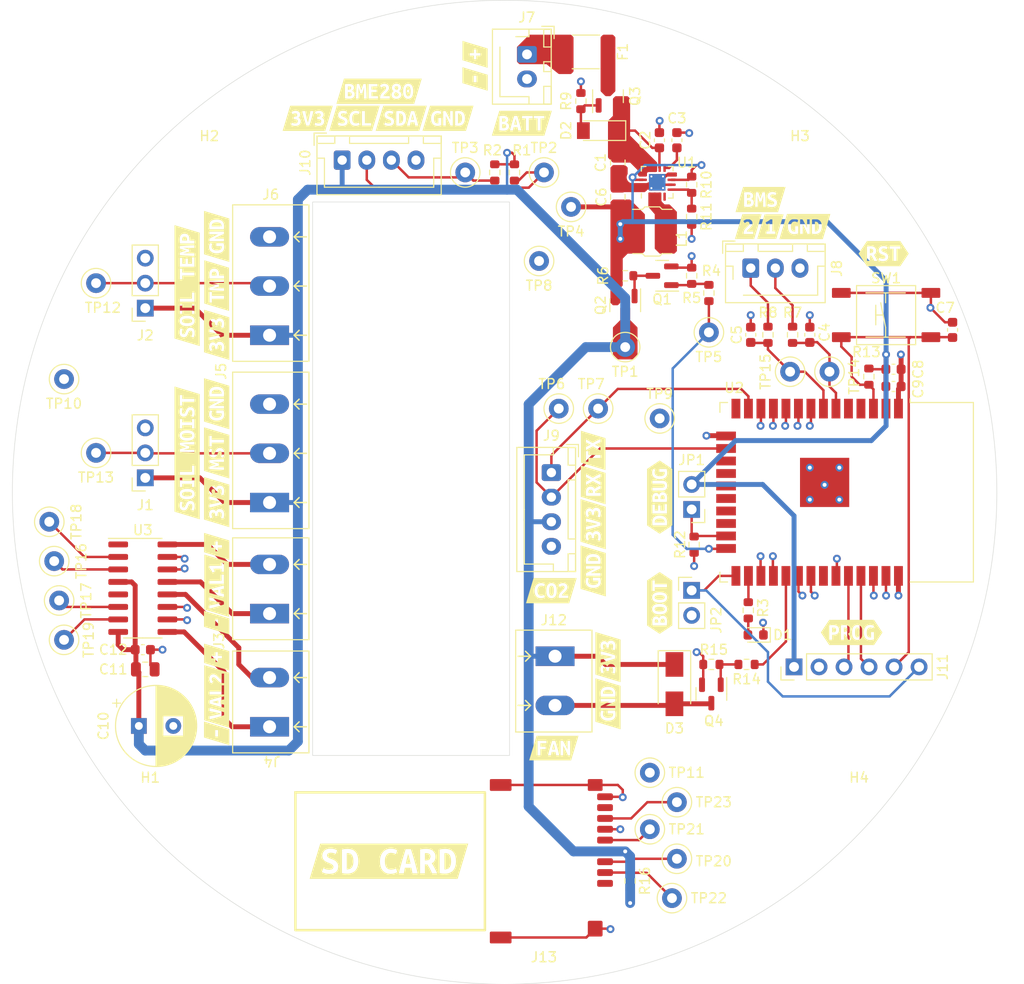
<source format=kicad_pcb>
(kicad_pcb (version 20211014) (generator pcbnew)
  (layers (0 "F.Cu" signal) (1 "In1.Cu" power) (2 "In2.Cu" signal) (31 "B.Cu" signal) (34 "B.Paste" user) (35 "F.Paste" user) (36 "B.SilkS" user "B.Silkscreen") (37 "F.SilkS" user "F.Silkscreen") (38 "B.Mask" user) (39 "F.Mask" user) (44 "Edge.Cuts" user))
  (net 0 "")
  (net 1 "GND")
  (net 2 "/Microprocessor section/CELL_1")
  (net 3 "/Microprocessor section/CELL_2")
  (net 4 "/Atmo sensor/3V3_IN")
  (net 5 "+BATT")
  (net 6 "+3V3")
  (net 7 "/Microprocessor section/EN")
  (net 8 "Net-(D1-Pad2)")
  (net 9 "Net-(D2-Pad2)")
  (net 10 "Net-(D3-Pad2)")
  (net 11 "/Microprocessor section/MOISTURE_SENSOR")
  (net 12 "/Microprocessor section/TEMP_SENSOR")
  (net 13 "/CO2 Sensor Connector/UART_TX")
  (net 14 "/CO2 Sensor Connector/UART_RX")
  (net 15 "/Atmo sensor/SCL")
  (net 16 "/Atmo sensor/SDA")
  (net 17 "/Microprocessor section/SPI_MOSI")
  (net 18 "/Microprocessor section/SPI_SCLK")
  (net 19 "/Microprocessor section/SPI_MISO")
  (net 20 "/Microprocessor section/SPI_SD_CSN")
  (net 21 "/Microprocessor section/RXD0")
  (net 22 "/Microprocessor section/TXD0")
  (net 23 "/Microprocessor section/BOOT")
  (net 24 "/Microprocessor section/MTDO")
  (net 25 "Net-(Q1-Pad1)")
  (net 26 "Net-(Q1-Pad3)")
  (net 27 "/Microprocessor section/PWR_EN")
  (net 28 "/Microprocessor section/STATUS_LED")
  (net 29 "/Fan/FAN")
  (net 30 "/Microprocessor section/MTDI")
  (net 31 "Net-(C3-Pad1)")
  (net 32 "Net-(F1-Pad1)")
  (net 33 "Net-(F1-Pad2)")
  (net 34 "/Valve Driver/OUT_A")
  (net 35 "/Valve Driver/OUT_B")
  (net 36 "/Valve Driver/OUT_C")
  (net 37 "/Valve Driver/OUT_D")
  (net 38 "Net-(J8-Pad1)")
  (net 39 "Net-(J8-Pad2)")
  (net 42 "Net-(L1-Pad1)")
  (net 43 "Net-(Q4-Pad1)")
  (net 44 "Net-(R10-Pad2)")
  (net 45 "/Microprocessor section/VALVE_1_REV")
  (net 46 "/Microprocessor section/VALVE_2_FWD")
  (net 47 "/Microprocessor section/VALVE_1_FWD")
  (net 48 "/Microprocessor section/VALVE_2_REV")
  (footprint "Connector_PinHeader_2.54mm:PinHeader_1x02_P2.54mm_Vertical" (layer "F.Cu") (at 169.5 106.75 180)
    (fp_text reference "JP1")
    (fp_text value "MTDO_JP")
  )
  (footprint "TestPoint:TestPoint_Loop_D2.50mm_Drill1.0mm_LowProfile" (layer "F.Cu") (at 156 96.5 180)
    (fp_text reference "TP6")
    (fp_text value "CO2_RX")
  )
  (footprint "Capacitor_SMD:C_0603_1608Metric" (layer "F.Cu") (at 168 69.225 90)
    (fp_text reference "C3")
    (fp_text value "3n3")
  )
  (footprint "kibuzzard-628D0190" (layer "F.Cu") (at 189 80.75)
    (fp_text reference "kibuzzard-628D0190" hide)
    (fp_text value "G***" hide)
  )
  (footprint "Resistor_SMD:R_0603_1608Metric" (layer "F.Cu") (at 175.075 122.5)
    (fp_text reference "R14")
    (fp_text value "220R")
  )
  (footprint "co2_sensor_node:KF301-5.0-2P" (layer "F.Cu") (at 126.625 117.335 90)
    (fp_text reference "J3")
    (fp_text value "Conn_01x02")
  )
  (footprint "MountingHole:MountingHole_3.2mm_M3" (layer "F.Cu") (at 118.5 137)
    (fp_text reference "H1")
    (fp_text value "MountingHole")
  )
  (footprint "TestPoint:TestPoint_Loop_D2.50mm_Drill1.0mm_LowProfile" (layer "F.Cu") (at 171.25 88.75)
    (fp_text reference "TP5")
    (fp_text value "PWR_EN")
  )
  (footprint "Package_TO_SOT_SMD:SOT-23" (layer "F.Cu") (at 162.75 86 -90)
    (fp_text reference "Q2")
    (fp_text value "AO3401A")
  )
  (footprint "Package_TO_SOT_SMD:SOT-23" (layer "F.Cu") (at 171.5 125.5 -90)
    (fp_text reference "Q4")
    (fp_text value "AO3400A")
  )
  (footprint "TestPoint:TestPoint_Loop_D2.50mm_Drill1.0mm_LowProfile" (layer "F.Cu") (at 154.5 72.5)
    (fp_text reference "TP2")
    (fp_text value "SCL")
  )
  (footprint "kibuzzard-628E05EE" (layer "F.Cu") (at 175.25 78)
    (fp_text reference "kibuzzard-628E05EE" hide)
    (fp_text value "G***" hide)
  )
  (footprint "Capacitor_SMD:C_0805_2012Metric" (layer "F.Cu") (at 162 71.5 -90)
    (fp_text reference "C1")
    (fp_text value "10u")
  )
  (footprint "kibuzzard-628D0120" (layer "F.Cu") (at 161 126.5 90)
    (fp_text reference "kibuzzard-628D0120" hide)
    (fp_text value "G***" hide)
  )
  (footprint "co2_sensor_node:KF301-5.0-3P" (layer "F.Cu") (at 126.625 106.045 90)
    (fp_text reference "J5")
    (fp_text value "Conn_01x03")
  )
  (footprint "kibuzzard-628D00BE" (layer "F.Cu") (at 138.75 142.5)
    (fp_text reference "kibuzzard-628D00BE" hide)
    (fp_text value "G***" hide)
  )
  (footprint "Resistor_SMD:R_0603_1608Metric" (layer "F.Cu") (at 175.25 117 90)
    (fp_text reference "R3")
    (fp_text value "1k")
  )
  (footprint "TestPoint:TestPoint_Loop_D2.50mm_Drill1.0mm_LowProfile" (layer "F.Cu") (at 157.25 76)
    (fp_text reference "TP4")
    (fp_text value "3V3")
  )
  (footprint "kibuzzard-628E05D6" (layer "F.Cu") (at 176.5 75.25)
    (fp_text reference "kibuzzard-628E05D6" hide)
    (fp_text value "G***" hide)
  )
  (footprint "Connector_PinHeader_2.54mm:PinHeader_1x06_P2.54mm_Vertical" (layer "F.Cu") (at 179.9 122.75 90)
    (fp_text reference "J11")
    (fp_text value "Conn_01x06_Male")
  )
  (footprint "Resistor_SMD:R_0603_1608Metric" (layer "F.Cu") (at 171.25 84.75 90)
    (fp_text reference "R4")
    (fp_text value "220")
  )
  (footprint "kibuzzard-628E05E8" (layer "F.Cu") (at 177.5 78)
    (fp_text reference "kibuzzard-628E05E8" hide)
    (fp_text value "G***" hide)
  )
  (footprint "MountingHole:MountingHole_3.2mm_M3" (layer "F.Cu") (at 182.5 137)
    (fp_text reference "H4")
    (fp_text value "MountingHole")
  )
  (footprint "Connector_JST:JST_XH_B4B-XH-A_1x04_P2.50mm_Vertical" (layer "F.Cu") (at 155.25 103 -90)
    (fp_text reference "J9")
    (fp_text value "Conn_01x04")
  )
  (footprint "TestPoint:TestPoint_Loop_D2.50mm_Drill1.0mm_LowProfile" (layer "F.Cu") (at 179.5 92.75)
    (fp_text reference "TP15")
    (fp_text value "CELL_2")
  )
  (footprint "kibuzzard-628D0781" (layer "F.Cu") (at 121.25 121.75 90)
    (fp_text reference "kibuzzard-628D0781" hide)
    (fp_text value "G***" hide)
  )
  (footprint "kibuzzard-628D0781" (layer "F.Cu") (at 147.5 60.5 90)
    (fp_text reference "kibuzzard-628D0781" hide)
    (fp_text value "G***" hide)
  )
  (footprint "Capacitor_SMD:C_0603_1608Metric" (layer "F.Cu") (at 181.5 89 90)
    (fp_text reference "C4")
    (fp_text value "1u")
  )
  (footprint "kibuzzard-628D0108" (layer "F.Cu") (at 155.5 131)
    (fp_text reference "kibuzzard-628D0108" hide)
    (fp_text value "G***" hide)
  )
  (footprint "Connector_PinSocket_2.54mm:PinSocket_1x03_P2.54mm_Vertical" (layer "F.Cu") (at 114 86.29 180)
    (fp_text reference "J2")
    (fp_text value "Conn_01x03")
  )
  (footprint "TestPoint:TestPoint_Loop_D2.50mm_Drill1.0mm_LowProfile" (layer "F.Cu") (at 162.75 90.25)
    (fp_text reference "TP1")
    (fp_text value "3V3_Switched")
  )
  (footprint "co2_sensor_node:K2-1102SP-xxxC" (layer "F.Cu") (at 184.7 84.74)
    (fp_text reference "SW1")
    (fp_text value "K2-1102SP-C4SC-04")
  )
  (footprint "Resistor_SMD:R_0603_1608Metric" (layer "F.Cu") (at 169.5 77 -90)
    (fp_text reference "R11")
    (fp_text value "180k")
  )
  (footprint "kibuzzard-628D076D" (layer "F.Cu") (at 121.25 118.25 90)
    (fp_text reference "kibuzzard-628D076D" hide)
    (fp_text value "G***" hide)
  )
  (footprint "Resistor_SMD:R_0603_1608Metric" (layer "F.Cu") (at 149.5 72.5 90)
    (fp_text reference "R2")
    (fp_text value "4k7")
  )
  (footprint "kibuzzard-628D0814" (layer "F.Cu") (at 159.5 113 90)
    (fp_text reference "kibuzzard-628D0814" hide)
    (fp_text value "G***" hide)
  )
  (footprint "kibuzzard-628D0781" (layer "F.Cu") (at 121.25 110.5 90)
    (fp_text reference "kibuzzard-628D0781" hide)
    (fp_text value "G***" hide)
  )
  (footprint "Resistor_SMD:R_0603_1608Metric" (layer "F.Cu") (at 187.5 93.25 -90)
    (fp_text reference "R13")
    (fp_text value "10k")
  )
  (footprint "Connector_JST:JST_XH_B2B-XH-AM_1x02_P2.50mm_Vertical" (layer "F.Cu") (at 152.775 60.5 -90)
    (fp_text reference "J7")
    (fp_text value "Conn_01x02")
  )
  (footprint "TestPoint:TestPoint_Loop_D2.50mm_Drill1.0mm_LowProfile" (layer "F.Cu") (at 104.75 112)
    (fp_text reference "TP16")
    (fp_text value "VALVE_1_REV")
  )
  (footprint "Resistor_SMD:R_0603_1608Metric" (layer "F.Cu") (at 158.25 65.25 90)
    (fp_text reference "R9")
    (fp_text value "1M")
  )
  (footprint "Resistor_SMD:R_0603_1608Metric" (layer "F.Cu") (at 179.75 89 -90)
    (fp_text reference "R7")
    (fp_text value "220")
  )
  (footprint "Capacitor_SMD:C_0603_1608Metric" (layer "F.Cu") (at 113.75 121)
    (fp_text reference "C12")
    (fp_text value "100n")
  )
  (footprint "Capacitor_SMD:C_0603_1608Metric" (layer "F.Cu") (at 166.225 69.225 90)
    (fp_text reference "C2")
    (fp_text value "100n")
  )
  (footprint "co2_sensor_node:KF301-5.0-2P" (layer "F.Cu") (at 126.625 128.835 90)
    (fp_text reference "J4")
    (fp_text value "Conn_01x02")
  )
  (footprint "kibuzzard-628D076D" (layer "F.Cu") (at 147.5 63 90)
    (fp_text reference "kibuzzard-628D076D" hide)
    (fp_text value "G***" hide)
  )
  (footprint "Resistor_SMD:R_0603_1608Metric" (layer "F.Cu") (at 151.5 72.5 90)
    (fp_text reference "R1")
    (fp_text value "4k7")
  )
  (footprint "kibuzzard-628CFF9F" (layer "F.Cu") (at 121.25 106 90)
    (fp_text reference "kibuzzard-628CFF9F" hide)
    (fp_text value "G***" hide)
  )
  (footprint "kibuzzard-628D0116" (layer "F.Cu") (at 161 121.75 90)
    (fp_text reference "kibuzzard-628D0116" hide)
    (fp_text value "G***" hide)
  )
  (footprint "kibuzzard-628CFFCE" (layer "F.Cu") (at 121.25 101 90)
    (fp_text reference "kibuzzard-628CFFCE" hide)
    (fp_text value "G***" hide)
  )
  (footprint "kibuzzard-628E05DE" (layer "F.Cu") (at 181 78)
    (fp_text reference "kibuzzard-628E05DE" hide)
    (fp_text value "G***" hide)
  )
  (footprint "co2_sensor_node:WPN4020" (layer "F.Cu") (at 167 78.5 180)
    (fp_text reference "L1")
    (fp_text value "2u2")
  )
  (footprint "kibuzzard-628CFFAE" (layer "F.Cu") (at 121.25 96 90)
    (fp_text reference "kibuzzard-628CFFAE" hide)
    (fp_text value "G***" hide)
  )
  (footprint "kibuzzard-628D082D" (layer "F.Cu") (at 159.5 104.25 90)
    (fp_text reference "kibuzzard-628D082D" hide)
    (fp_text value "G***" hide)
  )
  (footprint "kibuzzard-628D06EC" (layer "F.Cu") (at 152.25 67.5)
    (fp_text reference "kibuzzard-628D06EC" hide)
    (fp_text value "G***" hide)
  )
  (footprint "kibuzzard-628D0827" (layer "F.Cu") (at 159.5 100.75 90)
    (fp_text reference "kibuzzard-628D0827" hide)
    (fp_text value "G***" hide)
  )
  (footprint "kibuzzard-628D090E" (layer "F.Cu") (at 130.5 67)
    (fp_text reference "kibuzzard-628D090E" hide)
    (fp_text value "G***" hide)
  )
  (footprint "kibuzzard-628D0804" (layer "F.Cu") (at 159.5 108.25 90)
    (fp_text reference "kibuzzard-628D0804" hide)
    (fp_text value "G***" hide)
  )
  (footprint "TestPoint:TestPoint_Loop_D2.50mm_Drill1.0mm_LowProfile" (layer "F.Cu") (at 105.75 93.5)
    (fp_text reference "TP10")
    (fp_text value "GND")
  )
  (footprint "kibuzzard-628D01D9" (layer "F.Cu") (at 166.25 105.5 90)
    (fp_text reference "kibuzzard-628D01D9" hide)
    (fp_text value "G***" hide)
  )
  (footprint "Diode_SMD:D_MiniMELF" (layer "F.Cu") (at 160.25 68.25 180)
    (fp_text reference "D2")
    (fp_text value "ZMM5V6-M")
  )
  (footprint "Package_TO_SOT_SMD:SOT-23" (layer "F.Cu") (at 166.5 83 180)
    (fp_text reference "Q1")
    (fp_text value "AO3400A")
  )
  (footprint "MountingHole:MountingHole_3.2mm_M3" (layer "F.Cu") (at 118.5 73)
    (fp_text reference "H2")
    (fp_text value "MountingHole")
  )
  (footprint "TestPoint:TestPoint_Loop_D2.50mm_Drill1.0mm_LowProfile" (layer "F.Cu") (at 109 83.75)
    (fp_text reference "TP12")
    (fp_text value "TEMP_SENSOR")
  )
  (footprint "TestPoint:TestPoint_Loop_D2.50mm_Drill1.0mm_LowProfile" (layer "F.Cu") (at 104.25 108)
    (fp_text reference "TP18")
    (fp_text value "VALVE_1_FWD")
  )
  (footprint "Connector_PinHeader_2.54mm:PinHeader_1x02_P2.54mm_Vertical" (layer "F.Cu") (at 169.5 114.975)
    (fp_text reference "JP2")
    (fp_text value "BOOT_JP")
  )
  (footprint "MountingHole:MountingHole_3.2mm_M3" (layer "F.Cu") (at 182.5 73)
    (fp_text reference "H3")
    (fp_text value "MountingHole")
  )
  (footprint "Capacitor_SMD:C_0603_1608Metric" (layer "F.Cu") (at 190 92.5)
    (fp_text reference "C8")
    (fp_text value "1u")
  )
  (footprint "kibuzzard-628D0915" (layer "F.Cu") (at 144.75 67)
    (fp_text reference "kibuzzard-628D0915" hide)
    (fp_text value "G***" hide)
  )
  (footprint "Package_TO_SOT_SMD:SOT-23" (layer "F.Cu") (at 161 64.75 90)
    (fp_text reference "Q3")
    (fp_text value "AO3401A")
  )
  (footprint "kibuzzard-628D019E" (layer "F.Cu") (at 185.75 119.25)
    (fp_text reference "kibuzzard-628D019E" hide)
    (fp_text value "G***" hide)
  )
  (footprint "TestPoint:TestPoint_Loop_D2.50mm_Drill1.0mm_LowProfile" (layer "F.Cu") (at 166.25 97.5)
    (fp_text reference "TP9")
    (fp_text value "GND")
  )
  (footprint "RF_Module:ESP32-WROOM-32" (layer "F.Cu") (at 182.25 105 -90)
    (fp_text reference "U2")
    (fp_text value "ESP32-WROOM-32D")
  )
  (footprint "Capacitor_SMD:C_0603_1608Metric" (layer "F.Cu") (at 196 88.5 90)
    (fp_text reference "C7")
    (fp_text value "100n")
  )
  (footprint "kibuzzard-628D085C" (layer "F.Cu") (at 155.25 115)
    (fp_text reference "kibuzzard-628D085C" hide)
    (fp_text value "G***" hide)
  )
  (footprint "TestPoint:TestPoint_Loop_D2.50mm_Drill1.0mm_LowProfile" (layer "F.Cu") (at 109 101)
    (fp_text reference "TP13")
    (fp_text value "MOISTURE_SENSOR")
  )
  (footprint "Resistor_SMD:R_0603_1608Metric" (layer "F.Cu") (at 171.5 122.5 180)
    (fp_text reference "R15")
    (fp_text value "10K")
  )
  (footprint "kibuzzard-628D086F" (layer "F.Cu") (at 118.25 84 90)
    (fp_text reference "kibuzzard-628D086F" hide)
    (fp_text value "G***" hide)
  )
  (footprint "Resistor_SMD:R_0603_1608Metric" (layer "F.Cu") (at 162.75 83)
    (fp_text reference "R6")
    (fp_text value "10k")
  )
  (footprint "Connector_JST:JST_XH_B4B-XH-A_1x04_P2.50mm_Vertical" (layer "F.Cu") (at 134 71.25)
    (fp_text reference "J10")
    (fp_text value "Conn_01x04")
  )
  (footprint "LED_SMD:LED_0603_1608Metric" (layer "F.Cu") (at 176 119.5 180)
    (fp_text reference "D1")
    (fp_text value "Green LED")
  )
  (footprint "co2_sensor_node:KF301-5.0-3P" (layer "F.Cu") (at 126.625 89.045 90)
    (fp_text reference "J6")
    (fp_text value "Conn_01x03")
  )
  (footprint "kibuzzard-628E3C8D" (layer "F.Cu") (at 121.25 114.5 90)
    (fp_text reference "kibuzzard-628E3C8D" hide)
    (fp_text value "G***" hide)
  )
  (footprint "kibuzzard-628E3C65" (layer "F.Cu") (at 121.25 125.75 90)
    (fp_text reference "kibuzzard-628E3C65" hide)
    (fp_text value "G***" hide)
  )
  (footprint "Resistor_SMD:R_0603_1608Metric" (layer "F.Cu") (at 169.75 110.325 90)
    (fp_text reference "R12")
    (fp_text value "10k")
  )
  (footprint "kibuzzard-628D091C" (layer "F.Cu") (at 140 67)
    (fp_text reference "kibuzzard-628D091C" hide)
    (fp_text value "G***" hide)
  )
  (footprint "TestPoint:TestPoint_Loop_D2.50mm_Drill1.0mm_LowProfile" (layer "F.Cu") (at 165.25 133.5)
    (fp_text reference "TP11")
    (fp_text value "GND")
  )
  (footprint "TestPoint:TestPoint_Loop_D2.50mm_Drill1.0mm_LowProfile" (layer "F.Cu") (at 154 81.5)
    (fp_text reference "TP8")
    (fp_text value "GND")
  )
  (footprint "Capacitor_SMD:C_0805_2012Metric" (layer "F.Cu") (at 162 75 90)
    (fp_text reference "C6")
    (fp_text value "22u")
  )
  (footprint "TestPoint:TestPoint_Loop_D2.50mm_Drill1.0mm_LowProfile" (layer "F.Cu") (at 146.5 72.5)
    (fp_text reference "TP3")
    (fp_text value "SDA")
  )
  (footprint "Capacitor_SMD:C_0805_2012Metric" (layer "F.Cu") (at 114 123)
    (fp_text reference "C11")
    (fp_text value "10u")
  )
  (footprint "Capacitor_SMD:C_0603_1608Metric" (layer "F.Cu") (at 190 94.25)
    (fp_text reference "C9")
    (fp_text value "100n")
  )
  (footprint "Resistor_SMD:R_0603_1608Metric" (layer "F.Cu") (at 169.5 83 90)
    (fp_text reference "R5")
    (fp_text value "10k")
  )
  (footprint "Resistor_SMD:R_0603_1608Metric" (layer "F.Cu") (at 163.25 144.5 90)
    (fp_text reference "R16")
    (fp_text value "10k")
  )
  (footprint "kibuzzard-628D0934" (layer "F.Cu") (at 137.75 64.25)
    (fp_text reference "kibuzzard-628D0934" hide)
    (fp_text value "G***" hide)
  )
  (footprint "kibuzzard-628D0922" (layer "F.Cu") (at 135.25 67)
    (fp_text reference "kibuzzard-628D0922" hide)
    (fp_text value "G***" hide)
  )
  (footprint "Capacitor_SMD:C_0603_1608Metric" (layer "F.Cu") (at 175.5 89 90)
    (fp_text reference "C5")
    (fp_text value "1u")
  )
  (footprint "kibuzzard-628D076D" (layer "F.Cu") (at 121.25 129.5 90)
    (fp_text reference "kibuzzard-628D076D" hide)
    (fp_text value "G***" hide)
  )
  (footprint "TestPoint:TestPoint_Loop_D2.50mm_Drill1.0mm_LowProfile" (layer "F.Cu") (at 105.75 120)
    (fp_text reference "TP19")
    (fp_text value "VALVE_2_REV")
  )
  (footprint "Package_SO:SOP-16_3.9x9.9mm_P1.27mm" (layer "F.Cu") (at 113.75 114.75)
    (fp_text reference "U3")
    (fp_text value "TC1508S")
  )
  (footprint "Capacitor_THT:CP_Radial_D8.0mm_P3.50mm" (layer "F.Cu") (at 113.347349 128.75)
    (fp_text reference "C10")
    (fp_text value "220u")
  )
  (footprint "kibuzzard-628D01AC" (layer "F.Cu") (at 166.25 116.25 90)
    (fp_text reference "kibuzzard-628D01AC" hide)
    (fp_text value "G***" hide)
  )
  (footprint "Connector_PinSocket_2.54mm:PinSocket_1x03_P2.54mm_Vertical" (layer "F.Cu") (at 114 103.54 180)
    (fp_text reference "J1")
    (fp_text value "Conn_01x03")
  )
  (footprint "TestPoint:TestPoint_Loop_D2.50mm_Drill1.0mm_LowProfile" (layer "F.Cu") (at 183.5 92.75)
    (fp_text reference "TP14")
    (fp_text value "CELL_1")
  )
  (footprint "TestPoint:TestPoint_Loop_D2.50mm_Drill1.0mm_LowProfile" (layer "F.Cu") (at 168 142.25)
    (fp_text reference "TP20")
    (fp_text value "MOSI")
  )
  (footprint "TestPoint:TestPoint_Loop_D2.50mm_Drill1.0mm_LowProfile" (layer "F.Cu") (at 160 96.5 180)
    (fp_text reference "TP7")
    (fp_text value "CO2_TX")
  )
  (footprint "co2_sensor_node:TF-15x15" (layer "F.Cu") (at 160.7 144.75 -90)
    (fp_text reference "J13")
    (fp_text value "TF-15x15")
  )
  (footprint "Diode_SMD:D_SMA" (layer "F.Cu") (at 167.75 124.5 -90)
    (fp_text reference "D3")
    (fp_text value "SS34")
  )
  (footprint "TestPoint:TestPoint_Loop_D2.50mm_Drill1.0mm_LowProfile" (layer "F.Cu") (at 105.25 116)
    (fp_text reference "TP17")
    (fp_text value "VALVE_2_FWD")
  )
  (footprint "TestPoint:TestPoint_Loop_D2.50mm_Drill1.0mm_LowProfile" (layer "F.Cu") (at 165.25 139.25)
    (fp_text reference "TP21")
    (fp_text value "SCLK")
  )
  (footprint "TestPoint:TestPoint_Loop_D2.50mm_Drill1.0mm_LowProfile" (layer "F.Cu") (at 167.5 146.25)
    (fp_text reference "TP22")
    (fp_text value "SD_CSN")
  )
  (footprint "kibuzzard-628D087A" (layer "F.Cu") (at 118.25 101 90)
    (fp_text reference "kibuzzard-628D087A" hide)
    (fp_text value "G***" hide)
  )
  (footprint "Package_DFN_QFN:VQFN-16-1EP_3x3mm_P0.5mm_EP1.68x1.68mm_ThermalVias" (layer "F.Cu") (at 166 73.5 90)
    (fp_text reference "U1")
    (fp_text value "TPS62130")
  )
  (footprint "co2_sensor_node:KF301-5.0-2P" (layer "F.Cu") (at 155.625 121.665 -90)
    (fp_text reference "J12")
    (fp_text value "Conn_01x02")
  )
  (footprint "Fuse:Fuse_1812_4532Metric" (layer "F.Cu") (at 158.75 60.25 180)
    (fp_text reference "F1")
    (fp_text value "mSMD200-16V")
  )
  (footprint "TestPoint:TestPoint_Loop_D2.50mm_Drill1.0mm_LowProfile" (layer "F.Cu") (at 168 136.5)
    (fp_text reference "TP23")
    (fp_text value "MISO")
  )
  (footprint "Resistor_SMD:R_0603_1608Metric" (layer "F.Cu") (at 169.5 73.75 -90)
    (fp_text reference "R10")
    (fp_text value "562k")
  )
  (footprint "kibuzzard-628CFFC0" (layer "F.Cu") (at 121.25 84 90)
    (fp_text reference "kibuzzard-628CFFC0" hide)
    (fp_text value "G***" hide)
  )
  (footprint "Connector_JST:JST_XH_B3B-XH-AM_1x03_P2.50mm_Vertical" (layer "F.Cu") (at 175.5 82.225)
    (fp_text reference "J8")
    (fp_text value "Conn_01x03")
  )
  (footprint "kibuzzard-628CFF95" (layer "F.Cu") (at 121.25 89 90)
    (fp_text reference "kibuzzard-628CFF95" hide)
    (fp_text value "G***" hide)
  )
  (footprint "kibuzzard-628CFFA6" (layer "F.Cu") (at 121.25 79 90)
    (fp_text reference "kibuzzard-628CFFA6" hide)
    (fp_text value "G***" hide)
  )
  (footprint "Resistor_SMD:R_0603_1608Metric" (layer "F.Cu") (at 177.25 89 -90)
    (fp_text reference "R8")
    (fp_text value "220")
  )
  (gr_rect locked (start 148.5 135.5) (end 129.25 149.5) (layer "F.SilkS") (width 0.25) (fill none))
  (gr_circle (center 150.5 105) (end 150.5 155) (layer "Edge.Cuts") (width 0.05) (fill none))
  (gr_rect (start 131 75.5) (end 151 131.75) (layer "Edge.Cuts") (width 0.05) (fill none))
  (segment (start 115.75 121) (end 114.525 121) (width 0.25) (layer "F.Cu") (net 1))
  (segment (start 158.25 64.425) (end 158.25 63.25) (width 0.25) (layer "F.Cu") (net 1))
  (segment (start 195.225 87.725) (end 196 87.725) (width 0.25) (layer "F.Cu") (net 1))
  (segment (start 160.7 139.25) (end 162.25 139.25) (width 0.25) (layer "F.Cu") (net 1))
  (segment (start 190.505 96.5) (end 190.505 94.52) (width 0.5) (layer "F.Cu") (net 1))
  (segment (start 116.25 116.655) (end 118.155 116.655) (width 0.25) (layer "F.Cu") (net 1))
  (segment (start 169.75 112.5) (end 169.75 111.15) (width 0.25) (layer "F.Cu") (net 1))
  (segment (start 166.25 73.75) (end 166 73.5) (width 0.25) (layer "F.Cu") (net 1))
  (segment (start 114.525 121) (end 114.525 122.575) (width 0.25) (layer "F.Cu") (net 1))
  (segment (start 167.5625 82.175) (end 167.4375 82.05) (width 0.25) (layer "F.Cu") (net 1))
  (segment (start 170.675 122.5) (end 170.675 124.4375) (width 0.25) (layer "F.Cu") (net 1))
  (segment (start 162.5 135.25) (end 162.5 136) (width 0.25) (layer "F.Cu") (net 1))
  (segment (start 114.525 122.575) (end 114.95 123) (width 0.25) (layer "F.Cu") (net 1))
  (segment (start 190.5 115.5) (end 190.5 113.505) (width 0.5) (layer "F.Cu") (net 1))
  (segment (start 160.7 135.95) (end 162.45 135.95) (width 0.25) (layer "F.Cu") (net 1))
  (segment (start 193.75 86.25) (end 195.225 87.725) (width 0.25) (layer "F.Cu") (net 1))
  (segment (start 190.775 94.25) (end 190.775 92.5) (width 0.5) (layer "F.Cu") (net 1))
  (segment (start 166.225 67.275) (end 166.25 67.25) (width 0.25) (layer "F.Cu") (net 1))
  (segment (start 169.5 79.25) (end 169.5 77.825) (width 0.25) (layer "F.Cu") (net 1))
  (segment (start 169.5 81) (end 169.5 82.175) (width 0.25) (layer "F.Cu") (net 1))
  (segment (start 190.775 92.5) (end 190.775 91.025) (width 0.5) (layer "F.Cu") (net 1))
  (segment (start 116.25 112.845) (end 117.905 112.845) (width 0.25) (layer "F.Cu") (net 1))
  (segment (start 190.505 94.52) (end 190.775 94.25) (width 0.5) (layer "F.Cu") (net 1))
  (segment (start 181.5 88.225) (end 181.5 87) (width 0.25) (layer "F.Cu") (net 1))
  (segment (start 159.7 134.75) (end 162 134.75) (width 0.25) (layer "F.Cu") (net 1))
  (segment (start 117.905 112.845) (end 118 112.75) (width 0.25) (layer "F.Cu") (net 1))
  (segment (start 117.825 111.575) (end 118 111.75) (width 0.25) (layer "F.Cu") (net 1))
  (segment (start 116.25 117.925) (end 118.175 117.925) (width 0.25) (layer "F.Cu") (net 1))
  (segment (start 170.675 124.4375) (end 170.55 124.5625) (width 0.25) (layer "F.Cu") (net 1))
  (segment (start 170.675 121.675) (end 170.675 122.5) (width 0.25) (layer "F.Cu") (net 1))
  (segment (start 170 121.25) (end 170.25 121.25) (width 0.25) (layer "F.Cu") (net 1))
  (segment (start 169.5 82.175) (end 167.5625 82.175) (width 0.25) (layer "F.Cu") (net 1))
  (segment (start 150.1 134.75) (end 159.7 134.75) (width 0.25) (layer "F.Cu") (net 1))
  (segment (start 176.7875 118.2875) (end 176.75 118.25) (width 0.25) (layer "F.Cu") (net 1))
  (segment (start 190.775 91.025) (end 190.75 91) (width 0.5) (layer "F.Cu") (net 1))
  (segment (start 166.225 68.45) (end 166.225 67.275) (width 0.25) (layer "F.Cu") (net 1))
  (segment (start 159.65 149.4) (end 159.7 149.35) (width 0.25) (layer "F.Cu") (net 1))
  (segment (start 118.155 116.655) (end 118.25 116.75) (width 0.25) (layer "F.Cu") (net 1))
  (segment (start 162 134.75) (end 162.5 135.25) (width 0.25) (layer "F.Cu") (net 1))
  (segment (start 162.45 135.95) (end 162.5 136) (width 0.25) (layer "F.Cu") (net 1))
  (segment (start 161.2 149.35) (end 161.25 149.4) (width 0.25) (layer "F.Cu") (net 1))
  (segment (start 158.8 150.25) (end 159.65 149.4) (width 0.25) (layer "F.Cu") (net 1))
  (segment (start 170.25 121.25) (end 170.675 121.675) (width 0.25) (layer "F.Cu") (net 1))
  (segment (start 193.8 86.2) (end 193.75 86.25) (width 0.25) (layer "F.Cu") (net 1))
  (segment (start 168 68.45) (end 169.2 68.45) (width 0.25) (layer "F.Cu") (net 1))
  (segment (start 171 99.25) (end 172.96 99.25) (width 0.5) (layer "F.Cu") (net 1))
  (segment (start 159.7 149.35) (end 161.2 149.35) (width 0.25) (layer "F.Cu") (net 1))
  (segment (start 150.1 150.25) (end 158.8 150.25) (width 0.25) (layer "F.Cu") (net 1))
  (segment (start 172.96 99.25) (end 172.995 99.285) (width 0.5) (layer "F.Cu") (net 1))
  (segment (start 167.4625 73.75) (end 166.25 73.75) (width 0.25) (layer "F.Cu") (net 1))
  (segment (start 175.5 88.225) (end 175.5 87) (width 0.25) (layer "F.Cu") (net 1))
  (segment (start 190.5 113.505) (end 190.505 113.5) (width 0.5) (layer "F.Cu") (net 1))
  (segment (start 193.8 84.74) (end 193.8 86.2) (width 0.25) (layer "F.Cu") (net 1))
  (segment (start 169.2 68.45) (end 169.25 68.5) (width 0.25) (layer "F.Cu") (net 1))
  (segment (start 116.25 111.575) (end 117.825 111.575) (width 0.25) (layer "F.Cu") (net 1))
  (segment (start 184.7 84.74) (end 193.8 84.74) (width 0.25) (layer "F.Cu") (net 1))
  (segment (start 176.7875 119.5) (end 176.7875 118.2875) (width 0.25) (layer "F.Cu") (net 1))
  (segment (start 118.175 117.925) (end 118.25 118) (width 0.25) (layer "F.Cu") (net 1))
  (via (at 169.75 112.5) (size 0.8) (drill 0.4) (layers "F.Cu" "B.Cu") (net 1))
  (via (at 118.25 116.75) (size 0.8) (drill 0.4) (layers "F.Cu" "B.Cu") (net 1))
  (via (at 181.5 102.5) (size 0.8) (drill 0.4) (layers "F.Cu" "B.Cu") (net 1))
  (via (at 181.5 87) (size 0.8) (drill 0.4) (layers "F.Cu" "B.Cu") (net 1))
  (via (at 118 112.75) (size 0.8) (drill 0.4) (layers "F.Cu" "B.Cu") (net 1))
  (via (at 169.25 68.5) (size 0.8) (drill 0.4) (layers "F.Cu" "B.Cu") (net 1))
  (via (at 169.5 79.25) (size 0.8) (drill 0.4) (layers "F.Cu" "B.Cu") (net 1))
  (via (at 162.25 139.25) (size 0.8) (drill 0.4) (layers "F.Cu" "B.Cu") (net 1))
  (via (at 190.5 115.5) (size 0.8) (drill 0.4) (layers "F.Cu" "B.Cu") (net 1))
  (via (at 170 121.25) (size 0.8) (drill 0.4) (layers "F.Cu" "B.Cu") (net 1))
  (via (at 118.25 118) (size 0.8) (drill 0.4) (layers "F.Cu" "B.Cu") (net 1))
  (via (at 193.75 86.25) (size 0.8) (drill 0.4) (layers "F.Cu" "B.Cu") (net 1))
  (via (at 183 104.25) (size 0.8) (drill 0.4) (layers "F.Cu" "B.Cu") (net 1))
  (via (at 115.75 121) (size 0.8) (drill 0.4) (layers "F.Cu" "B.Cu") (net 1))
  (via (at 176.75 118.25) (size 0.8) (drill 0.4) (layers "F.Cu" "B.Cu") (net 1))
  (via (at 118 111.75) (size 0.8) (drill 0.4) (layers "F.Cu" "B.Cu") (net 1))
  (via (at 171 99.25) (size 0.8) (drill 0.4) (layers "F.Cu" "B.Cu") (net 1))
  (via (at 184.5 105.75) (size 0.8) (drill 0.4) (layers "F.Cu" "B.Cu") (net 1))
  (via (at 184.5 102.5) (size 0.8) (drill 0.4) (layers "F.Cu" "B.Cu") (net 1))
  (via (at 181.5 105.75) (size 0.8) (drill 0.4) (layers "F.Cu" "B.Cu") (net 1))
  (via (at 162.5 136) (size 0.8) (drill 0.4) (layers "F.Cu" "B.Cu") (net 1))
  (via (at 190.75 91) (size 0.8) (drill 0.4) (layers "F.Cu" "B.Cu") (net 1))
  (via (at 169.5 81) (size 0.8) (drill 0.4) (layers "F.Cu" "B.Cu") (net 1))
  (via (at 158.25 63.25) (size 0.8) (drill 0.4) (layers "F.Cu" "B.Cu") (net 1))
  (via (at 175.5 87) (size 0.8) (drill 0.4) (layers "F.Cu" "B.Cu") (net 1))
  (via (at 166.25 67.25) (size 0.8) (drill 0.4) (layers "F.Cu" "B.Cu") (net 1))
  (via (at 161.25 149.4) (size 0.8) (drill 0.4) (layers "F.Cu" "B.Cu") (net 1))
  (segment (start 184.155 94.905) (end 184.155 96.5) (width 0.25) (layer "F.Cu") (net 2))
  (segment (start 181.45 89.825) (end 181.5 89.775) (width 0.25) (layer "F.Cu") (net 2))
  (segment (start 181.5 89.775) (end 181.525 89.75) (width 0.25) (layer "F.Cu") (net 2))
  (segment (start 179.75 89.825) (end 181.45 89.825) (width 0.25) (layer "F.Cu") (net 2))
  (segment (start 181.525 89.75) (end 182.25 89.75) (width 0.25) (layer "F.Cu") (net 2))
  (segment (start 183.5 91) (end 183.5 92.75) (width 0.25) (layer "F.Cu") (net 2))
  (segment (start 183.5 92.75) (end 183.5 94.25) (width 0.25) (layer "F.Cu") (net 2))
  (segment (start 182.25 89.75) (end 183.5 91) (width 0.25) (layer "F.Cu") (net 2))
  (segment (start 183.5 94.25) (end 184.155 94.905) (width 0.25) (layer "F.Cu") (net 2))
  (segment (start 179.5 92.75) (end 181 92.75) (width 0.25) (layer "F.Cu") (net 3))
  (segment (start 182.885 94.635) (end 182.885 96.5) (width 0.25) (layer "F.Cu") (net 3))
  (segment (start 175.55 89.825) (end 175.5 89.775) (width 0.25) (layer "F.Cu") (net 3))
  (segment (start 177.25 89.825) (end 175.55 89.825) (width 0.25) (layer "F.Cu") (net 3))
  (segment (start 177.25 90.5) (end 179.5 92.75) (width 0.25) (layer "F.Cu") (net 3))
  (segment (start 181 92.75) (end 182.885 94.635) (width 0.25) (layer "F.Cu") (net 3))
  (segment (start 177.25 89.825) (end 177.25 90.5) (width 0.25) (layer "F.Cu") (net 3))
  (segment (start 112.975 121) (end 112.975 114.475) (width 0.5) (layer "F.Cu") (net 4))
  (segment (start 114 86.29) (end 119.04 86.29) (width 0.5) (layer "F.Cu") (net 4))
  (segment (start 162.7 141.45) (end 162.75 141.5) (width 0.25) (layer "F.Cu") (net 4))
  (segment (start 159.915 121.665) (end 155.625 121.665) (width 0.5) (layer "F.Cu") (net 4))
  (segment (start 121.795 89.045) (end 126.625 89.045) (width 0.5) (layer "F.Cu") (net 4))
  (segment (start 151.25 70.5) (end 151.5 70.75) (width 0.25) (layer "F.Cu") (net 4))
  (segment (start 151.5 70.75) (end 151.5 71.675) (width 0.25) (layer "F.Cu") (net 4))
  (segment (start 167.75 122.5) (end 160.75 122.5) (width 0.5) (layer "F.Cu") (net 4))
  (segment (start 160.75 122.5) (end 159.915 121.665) (width 0.5) (layer "F.Cu") (net 4))
  (segment (start 163.25 146.75) (end 163.25 145.325) (width 0.25) (layer "F.Cu") (net 4))
  (segment (start 113.347349 123.297349) (end 113.05 123) (width 0.5) (layer "F.Cu") (net 4))
  (segment (start 122.045 106.045) (end 126.625 106.045) (width 0.5) (layer "F.Cu") (net 4))
  (segment (start 119.04 86.29) (end 121.795 89.045) (width 0.5) (layer "F.Cu") (net 4))
  (segment (start 114 103.54) (end 119.54 103.54) (width 0.5) (layer "F.Cu") (net 4))
  (segment (start 112.975 114.475) (end 112.615 114.115) (width 0.5) (layer "F.Cu") (net 4))
  (segment (start 113.05 121.075) (end 112.975 121) (width 0.5) (layer "F.Cu") (net 4))
  (segment (start 113.347349 128.75) (end 113.347349 123.297349) (width 0.5) (layer "F.Cu") (net 4))
  (segment (start 111.75 121) (end 111.25 120.5) (width 0.5) (layer "F.Cu") (net 4))
  (segment (start 119.54 103.54) (end 122.045 106.045) (width 0.5) (layer "F.Cu") (net 4))
  (segment (start 113.05 123) (end 113.05 121.075) (width 0.5) (layer "F.Cu") (net 4))
  (segment (start 111.25 120.5) (end 111.25 119.195) (width 0.5) (layer "F.Cu") (net 4))
  (segment (start 112.975 121) (end 111.75 121) (width 0.5) (layer "F.Cu") (net 4))
  (segment (start 112.615 114.115) (end 111.25 114.115) (width 0.5) (layer "F.Cu") (net 4))
  (segment (start 149.5 71.675) (end 151.5 71.675) (width 0.25) (layer "F.Cu") (net 4))
  (segment (start 150.75 70.5) (end 151.25 70.5) (width 0.25) (layer "F.Cu") (net 4))
  (segment (start 160.7 141.45) (end 162.7 141.45) (width 0.25) (layer "F.Cu") (net 4))
  (via (at 163.25 146.75) (size 0.8) (drill 0.4) (layers "F.Cu" "B.Cu") (net 4))
  (via (at 162.75 141.5) (size 0.8) (drill 0.4) (layers "F.Cu" "B.Cu") (net 4))
  (via (at 150.75 70.5) (size 0.8) (drill 0.4) (layers "F.Cu" "B.Cu") (net 4))
  (segment (start 129.5 75.25) (end 129.5 89) (width 1) (layer "B.Cu") (net 4))
  (segment (start 151.75 74.25) (end 150.75 74.25) (width 1) (layer "B.Cu") (net 4))
  (segment (start 153.085 121.665) (end 152.94548 121.80452) (width 0.5) (layer "B.Cu") (net 4))
  (segment (start 129.455 89.045) (end 129.5 89) (width 0.5) (layer "B.Cu") (net 4))
  (segment (start 152.94548 96.05452) (end 152.94548 107.80452) (width 1) (layer "B.Cu") (net 4))
  (segment (start 152.94548 107.80452) (end 152.94548 121.80452) (width 1) (layer "B.Cu") (net 4))
  (segment (start 129.295 106.045) (end 129.5 106.25) (width 0.5) (layer "B.Cu") (net 4))
  (segment (start 162.75 85.25) (end 151.75 74.25) (width 1) (layer "B.Cu") (net 4))
  (segment (start 128.579022 131.25) (end 114 131.25) (width 1) (layer "B.Cu") (net 4))
  (segment (start 150.75 74.25) (end 134 74.25) (width 1) (layer "B.Cu") (net 4))
  (segment (start 155.625 121.665) (end 153.085 121.665) (width 0.5) (layer "B.Cu") (net 4))
  (segment (start 130.5 74.25) (end 129.5 75.25) (width 1) (layer "B.Cu") (net 4))
  (segment (start 126.625 89.045) (end 129.455 89.045) (width 0.5) (layer "B.Cu") (net 4))
  (segment (start 114 131.25) (end 113.347349 130.597349) (width 1) (layer "B.Cu") (net 4))
  (segment (start 129.5 89) (end 129.5 106.25) (width 1) (layer "B.Cu") (net 4))
  (segment (start 129.5 106.25) (end 129.5 130.329022) (width 1) (layer "B.Cu") (net 4))
  (segment (start 155.25 108) (end 153.14096 108) (width 0.5) (layer "B.Cu") (net 4))
  (segment (start 129.5 130.329022) (end 128.579022 131.25) (width 1) (layer "B.Cu") (net 4))
  (segment (start 113.347349 130.597349) (end 113.347349 128.75) (width 1) (layer "B.Cu") (net 4))
  (segment (start 157.5 141.5) (end 162.75 141.5) (width 1) (layer "B.Cu") (net 4))
  (segment (start 134 71.25) (end 134 74.25) (width 0.5) (layer "B.Cu") (net 4))
  (segment (start 134 74.25) (end 130.5 74.25) (width 1) (layer "B.Cu") (net 4))
  (segment (start 162.75 90.25) (end 158.75 90.25) (width 1) (layer "B.Cu") (net 4))
  (segment (start 162.75 90.25) (end 162.75 85.25) (width 1) (layer "B.Cu") (net 4))
  (segment (start 152.94548 121.80452) (end 152.94548 136.94548) (width 1) (layer "B.Cu") (net 4))
  (segment (start 158.75 90.25) (end 152.94548 96.05452) (width 1) (layer "B.Cu") (net 4))
  (segment (start 152.94548 136.94548) (end 157.5 141.5) (width 1) (layer "B.Cu") (net 4))
  (segment (start 163.25 142) (end 163.25 146.75) (width 1) (layer "B.Cu") (net 4))
  (segment (start 153.14096 108) (end 152.94548 107.80452) (width 0.5) (layer "B.Cu") (net 4))
  (segment (start 162.75 141.5) (end 163.25 142) (width 1) (layer "B.Cu") (net 4))
  (segment (start 126.625 106.045) (end 129.295 106.045) (width 0.5) (layer "B.Cu") (net 4))
  (segment (start 150.75 70.5) (end 150.75 74.25) (width 0.25) (layer "B.Cu") (net 4))
  (segment (start 163.75 68.25) (end 165.5 70) (width 0.25) (layer "F.Cu") (net 5))
  (segment (start 166.225 70) (end 166.225 72.0125) (width 0.25) (layer "F.Cu") (net 5))
  (segment (start 166.225 72.0125) (end 166.25 72.0375) (width 0.25) (layer "F.Cu") (net 5))
  (segment (start 165.5 70) (end 166.225 70) (width 0.25) (layer "F.Cu") (net 5))
  (segment (start 162 68.25) (end 163.75 68.25) (width 0.25) (layer "F.Cu") (net 5))
  (segment (start 170.5 71.75) (end 170 71.75) (width 0.25) (layer "F.Cu") (net 6))
  (segment (start 189.235 96.5) (end 189.235 94.26) (width 0.5) (layer "F.Cu") (net 6))
  (segment (start 189.225 94.25) (end 189.225 92.5) (width 0.5) (layer "F.Cu") (net 6))
  (segment (start 164.5375 73.25) (end 163.75 73.25) (width 0.25) (layer "F.Cu") (net 6))
  (segment (start 189.25 91) (end 189.25 92.475) (width 0.5) (layer "F.Cu") (net 6))
  (segment (start 189.25 92.475) (end 189.225 92.5) (width 0.5) (layer "F.Cu") (net 6))
  (segment (start 161.95 76) (end 162 75.95) (width 0.5) (layer "F.Cu") (net 6))
  (segment (start 157.25 76) (end 161.95 76) (width 0.5) (layer "F.Cu") (net 6))
  (segment (start 189.225 92.5) (end 187.575 92.5) (width 0.25) (layer "F.Cu") (net 6))
  (segment (start 169.175 73.25) (end 169.5 72.925) (width 0.25) (layer "F.Cu") (net 6))
  (segment (start 189.235 94.26) (end 189.225 94.25) (width 0.5) (layer "F.Cu") (net 6))
  (segment (start 163.75 73.25) (end 163.5 73) (width 0.25) (layer "F.Cu") (net 6))
  (segment (start 169.5 72.25) (end 169.5 72.925) (width 0.25) (layer "F.Cu") (net 6))
  (segment (start 167.4625 73.25) (end 169.175 73.25) (width 0.25) (layer "F.Cu") (net 6))
  (segment (start 187.575 92.5) (end 187.5 92.425) (width 0.25) (layer "F.Cu") (net 6))
  (segment (start 170 71.75) (end 169.5 72.25) (width 0.25) (layer "F.Cu") (net 6))
  (via (at 163.5 73) (size 0.8) (drill 0.4) (layers "F.Cu" "B.Cu") (net 6))
  (via (at 189.25 91) (size 0.8) (drill 0.4) (layers "F.Cu" "B.Cu") (net 6))
  (via (at 162.25 77.75) (size 0.8) (drill 0.4) (layers "F.Cu" "B.Cu") (net 6))
  (via (at 162.25 79.25) (size 0.8) (drill 0.4) (layers "F.Cu" "B.Cu") (net 6))
  (via (at 170.5 71.75) (size 0.8) (drill 0.4) (layers "F.Cu" "B.Cu") (net 6))
  (segment (start 162.25 77.75) (end 162.5 77.5) (width 0.5) (layer "B.Cu") (net 6))
  (segment (start 176.71 104.21) (end 179.9 107.4) (width 0.5) (layer "B.Cu") (net 6))
  (segment (start 162.5 77.5) (end 163.25 77.5) (width 0.5) (layer "B.Cu") (net 6))
  (segment (start 163.5 73) (end 164.75 71.75) (width 0.25) (layer "B.Cu") (net 6))
  (segment (start 163.25 77.5) (end 163.5 77.5) (width 0.5) (layer "B.Cu") (net 6))
  (segment (start 170.25 77.5) (end 183.25 77.5) (width 0.5) (layer "B.Cu") (net 6))
  (segment (start 163.5 77.5) (end 170.25 77.5) (width 0.5) (layer "B.Cu") (net 6))
  (segment (start 164.75 71.75) (end 170.5 71.75) (width 0.25) (layer "B.Cu") (net 6))
  (segment (start 169.5 104.21) (end 176.71 104.21) (width 0.5) (layer "B.Cu") (net 6))
  (segment (start 163.5 73) (end 163.5 77.5) (width 0.25) (layer "B.Cu") (net 6))
  (segment (start 179.9 107.4) (end 179.9 122.75) (width 0.5) (layer "B.Cu") (net 6))
  (segment (start 162.25 79.25) (end 162.25 77.75) (width 0.5) (layer "B.Cu") (net 6))
  (segment (start 189.25 98.25) (end 187.75 99.75) (width 0.5) (layer "B.Cu") (net 6))
  (segment (start 187.75 99.75) (end 173.96 99.75) (width 0.5) (layer "B.Cu") (net 6))
  (segment (start 173.96 99.75) (end 169.5 104.21) (width 0.5) (layer "B.Cu") (net 6))
  (segment (start 183.25 77.5) (end 189.25 83.5) (width 0.5) (layer "B.Cu") (net 6))
  (segment (start 189.25 83.5) (end 189.25 91) (width 0.5) (layer "B.Cu") (net 6))
  (segment (start 189.25 91) (end 189.25 98.25) (width 0.5) (layer "B.Cu") (net 6))
  (segment (start 187.965 94.54) (end 187.965 96.5) (width 0.25) (layer "F.Cu") (net 7))
  (segment (start 195.965 89.24) (end 196 89.275) (width 0.25) (layer "F.Cu") (net 7))
  (segment (start 187.5 94.075) (end 186.575 94.075) (width 0.25) (layer "F.Cu") (net 7))
  (segment (start 184.7 90.2) (end 184.7 89.24) (width 0.25) (layer "F.Cu") (net 7))
  (segment (start 191.54952 121.26048) (end 191.54952 89.43048) (width 0.25) (layer "F.Cu") (net 7))
  (segment (start 185.75 91.25) (end 184.7 90.2) (width 0.25) (layer "F.Cu") (net 7))
  (segment (start 186.575 94.075) (end 185.75 93.25) (width 0.25) (layer "F.Cu") (net 7))
  (segment (start 184.7 89.24) (end 191.74 89.24) (width 0.25) (layer "F.Cu") (net 7))
  (segment (start 191.74 89.24) (end 193.8 89.24) (width 0.25) (layer "F.Cu") (net 7))
  (segment (start 193.8 89.24) (end 195.965 89.24) (width 0.25) (layer "F.Cu") (net 7))
  (segment (start 185.75 93.25) (end 185.75 91.25) (width 0.25) (layer "F.Cu") (net 7))
  (segment (start 191.54952 89.43048) (end 191.74 89.24) (width 0.25) (layer "F.Cu") (net 7))
  (segment (start 190.06 122.75) (end 191.54952 121.26048) (width 0.25) (layer "F.Cu") (net 7))
  (segment (start 187.5 94.075) (end 187.965 94.54) (width 0.25) (layer "F.Cu") (net 7))
  (segment (start 175.25 119.4625) (end 175.2125 119.5) (width 0.25) (layer "F.Cu") (net 8))
  (segment (start 175.25 117.825) (end 175.25 119.4625) (width 0.25) (layer "F.Cu") (net 8))
  (segment (start 158.25 66.075) (end 158.25 68) (width 0.25) (layer "F.Cu") (net 9))
  (segment (start 158.25 68) (end 158.5 68.25) (width 0.25) (layer "F.Cu") (net 9))
  (segment (start 160.05 65.6875) (end 158.6375 65.6875) (width 0.25) (layer "F.Cu") (net 9))
  (segment (start 158.6375 65.6875) (end 158.25 66.075) (width 0.25) (layer "F.Cu") (net 9))
  (segment (start 167.585 126.665) (end 167.75 126.5) (width 0.5) (layer "F.Cu") (net 10))
  (segment (start 171.4375 126.5) (end 171.5 126.4375) (width 0.5) (layer "F.Cu") (net 10))
  (segment (start 167.75 126.5) (end 171.4375 126.5) (width 0.5) (layer "F.Cu") (net 10))
  (segment (start 155.625 126.665) (end 167.585 126.665) (width 0.5) (layer "F.Cu") (net 10))
  (segment (start 179.075 96.5) (end 179.075 98.175) (width 0.25) (layer "F.Cu") (net 11))
  (segment (start 126.625 101.045) (end 114.045 101.045) (width 0.25) (layer "F.Cu") (net 11))
  (segment (start 179.075 98.175) (end 179 98.25) (width 0.25) (layer "F.Cu") (net 11))
  (segment (start 114 101) (end 109 101) (width 0.25) (layer "F.Cu") (net 11))
  (segment (start 114.045 101.045) (end 114 101) (width 0.25) (layer "F.Cu") (net 11))
  (via (at 179 98.25) (size 0.8) (drill 0.4) (layers "F.Cu" "B.Cu") (net 11))
  (segment (start 126.33 83.75) (end 126.625 84.045) (width 0.25) (layer "F.Cu") (net 12))
  (segment (start 184.25 113.405) (end 184.155 113.5) (width 0.25) (layer "F.Cu") (net 12))
  (segment (start 114 83.75) (end 126.33 83.75) (width 0.25) (layer "F.Cu") (net 12))
  (segment (start 184.25 111.75) (end 184.25 113.405) (width 0.25) (layer "F.Cu") (net 12))
  (segment (start 109 83.75) (end 114 83.75) (width 0.25) (layer "F.Cu") (net 12))
  (via (at 184.25 111.75) (size 0.8) (drill 0.4) (layers "F.Cu" "B.Cu") (net 12))
  (segment (start 162 94.5) (end 174.515 94.5) (width 0.25) (layer "F.Cu") (net 13))
  (segment (start 174.515 94.5) (end 175.265 95.25) (width 0.25) (layer "F.Cu") (net 13))
  (segment (start 155.25 101.25) (end 160 96.5) (width 0.25) (layer "F.Cu") (net 13))
  (segment (start 160 96.5) (end 162 94.5) (width 0.25) (layer "F.Cu") (net 13))
  (segment (start 175.265 95.25) (end 175.265 96.5) (width 0.25) (layer "F.Cu") (net 13))
  (segment (start 155.25 103) (end 155.25 101.25) (width 0.25) (layer "F.Cu") (net 13))
  (segment (start 160.195 100.555) (end 172.995 100.555) (width 0.25) (layer "F.Cu") (net 14))
  (segment (start 153.75 98.75) (end 156 96.5) (width 0.25) (layer "F.Cu") (net 14))
  (segment (start 155.25 105.5) (end 160.195 100.555) (width 0.25) (layer "F.Cu") (net 14))
  (segment (start 155.25 105.5) (end 153.75 104) (width 0.25) (layer "F.Cu") (net 14))
  (segment (start 153.75 104) (end 153.75 98.75) (width 0.25) (layer "F.Cu") (net 14))
  (segment (start 177.75 113.445) (end 177.805 113.5) (width 0.25) (layer "F.Cu") (net 15))
  (segment (start 152.95048 74.04952) (end 137.29952 74.04952) (width 0.25) (layer "F.Cu") (net 15))
  (segment (start 136.5 73.25) (end 136.5 71.25) (width 0.25) (layer "F.Cu") (net 15))
  (segment (start 152.75 72.5) (end 154.5 72.5) (width 0.25) (layer "F.Cu") (net 15))
  (segment (start 151.925 73.325) (end 152.75 72.5) (width 0.25) (layer "F.Cu") (net 15))
  (segment (start 151.5 73.325) (end 151.925 73.325) (width 0.25) (layer "F.Cu") (net 15))
  (segment (start 154.5 72.5) (end 152.95048 74.04952) (width 0.25) (layer "F.Cu") (net 15))
  (segment (start 137.29952 74.04952) (end 136.5 73.25) (width 0.25) (layer "F.Cu") (net 15))
  (segment (start 177.75 111.5) (end 177.75 113.445) (width 0.25) (layer "F.Cu") (net 15))
  (via (at 177.75 111.5) (size 0.8) (drill 0.4) (layers "F.Cu" "B.Cu") (net 15))
  (segment (start 146 73) (end 146.5 72.5) (width 0.25) (layer "F.Cu") (net 16))
  (segment (start 147.325 73.325) (end 146.5 72.5) (width 0.25) (layer "F.Cu") (net 16))
  (segment (start 176.5 113.465) (end 176.535 113.5) (width 0.25) (layer "F.Cu") (net 16))
  (segment (start 176.5 111.5) (end 176.5 113.465) (width 0.25) (layer "F.Cu") (net 16))
  (segment (start 140.75 73) (end 146 73) (width 0.25) (layer "F.Cu") (net 16))
  (segment (start 149.5 73.325) (end 147.325 73.325) (width 0.25) (layer "F.Cu") (net 16))
  (segment (start 139 71.25) (end 140.75 73) (width 0.25) (layer "F.Cu") (net 16))
  (via (at 176.5 111.5) (size 0.8) (drill 0.4) (layers "F.Cu" "B.Cu") (net 16))
  (segment (start 162.95 142.55) (end 163.25 142.25) (width 0.25) (layer "F.Cu") (net 17))
  (segment (start 163.25 142.25) (end 168 142.25) (width 0.25) (layer "F.Cu") (net 17))
  (segment (start 160.7 142.55) (end 162.95 142.55) (width 0.25) (layer "F.Cu") (net 17))
  (segment (start 189.235 113.5) (end 189.235 115.485) (width 0.25) (layer "F.Cu") (net 17))
  (segment (start 189.235 115.485) (end 189.25 115.5) (width 0.25) (layer "F.Cu") (net 17))
  (via (at 189.25 115.5) (size 0.8) (drill 0.4) (layers "F.Cu" "B.Cu") (net 17))
  (segment (start 160.7 140.35) (end 164.15 140.35) (width 0.25) (layer "F.Cu") (net 18))
  (segment (start 180.345 115.095) (end 180.75 115.5) (width 0.25) (layer "F.Cu") (net 18))
  (segment (start 164.15 140.35) (end 165.25 139.25) (width 0.25) (layer "F.Cu") (net 18))
  (segment (start 180.345 113.5) (end 180.345 115.095) (width 0.25) (layer "F.Cu") (net 18))
  (via (at 180.75 115.5) (size 0.8) (drill 0.4) (layers "F.Cu" "B.Cu") (net 18))
  (segment (start 181.615 113.5) (end 181.615 115.115) (width 0.25) (layer "F.Cu") (net 19))
  (segment (start 165 136.5) (end 168 136.5) (width 0.25) (layer "F.Cu") (net 19))
  (segment (start 163.35 138.15) (end 165 136.5) (width 0.25) (layer "F.Cu") (net 19))
  (segment (start 160.7 138.15) (end 163.35 138.15) (width 0.25) (layer "F.Cu") (net 19))
  (segment (start 181.615 115.115) (end 182 115.5) (width 0.25) (layer "F.Cu") (net 19))
  (via (at 182 115.5) (size 0.8) (drill 0.4) (layers "F.Cu" "B.Cu") (net 19))
  (segment (start 163.225 143.65) (end 163.25 143.675) (width 0.25) (layer "F.Cu") (net 20))
  (segment (start 163.25 143.675) (end 164.925 143.675) (width 0.25) (layer "F.Cu") (net 20))
  (segment (start 187.965 113.5) (end 187.965 115.465) (width 0.25) (layer "F.Cu") (net 20))
  (segment (start 160.7 143.65) (end 163.225 143.65) (width 0.25) (layer "F.Cu") (net 20))
  (segment (start 187.965 115.465) (end 188 115.5) (width 0.25) (layer "F.Cu") (net 20))
  (segment (start 164.925 143.675) (end 167.5 146.25) (width 0.25) (layer "F.Cu") (net 20))
  (via (at 188 115.5) (size 0.8) (drill 0.4) (layers "F.Cu" "B.Cu") (net 20))
  (segment (start 185.425 113.5) (end 185.425 122.305) (width 0.25) (layer "F.Cu") (net 21))
  (segment (start 185.425 122.305) (end 184.98 122.75) (width 0.25) (layer "F.Cu") (net 21))
  (segment (start 186.695 113.5) (end 186.695 121.925) (width 0.25) (layer "F.Cu") (net 22))
  (segment (start 186.695 121.925) (end 187.52 122.75) (width 0.25) (layer "F.Cu") (net 22))
  (segment (start 169.5 114.975) (end 170.775 114.975) (width 0.25) (layer "F.Cu") (net 23))
  (segment (start 170.775 114.975) (end 172.25 113.5) (width 0.25) (layer "F.Cu") (net 23))
  (segment (start 172.25 113.5) (end 173.995 113.5) (width 0.25) (layer "F.Cu") (net 23))
  (segment (start 189.6 125.75) (end 192.6 122.75) (width 0.25) (layer "B.Cu") (net 23))
  (segment (start 177.25 124.25) (end 178.75 125.75) (width 0.25) (layer "B.Cu") (net 23))
  (segment (start 170.975 114.975) (end 177.25 121.25) (width 0.25) (layer "B.Cu") (net 23))
  (segment (start 177.25 121.25) (end 177.25 124.25) (width 0.25) (layer "B.Cu") (net 23))
  (segment (start 178.75 125.75) (end 189.6 125.75) (width 0.25) (layer "B.Cu") (net 23))
  (segment (start 169.5 114.975) (end 170.975 114.975) (width 0.25) (layer "B.Cu") (net 23))
  (segment (start 169.75 109.5) (end 169.805 109.445) (width 0.25) (layer "F.Cu") (net 24))
  (segment (start 169.5 109.25) (end 169.5 106.75) (width 0.25) (layer "F.Cu") (net 24))
  (segment (start 169.75 109.5) (end 169.5 109.25) (width 0.25) (layer "F.Cu") (net 24))
  (segment (start 169.805 109.445) (end 172.995 109.445) (width 0.25) (layer "F.Cu") (net 24))
  (segment (start 169.375 83.95) (end 169.5 83.825) (width 0.25) (layer "F.Cu") (net 25))
  (segment (start 171.15 83.825) (end 171.25 83.925) (width 0.25) (layer "F.Cu") (net 25))
  (segment (start 169.5 83.825) (end 171.15 83.825) (width 0.25) (layer "F.Cu") (net 25))
  (segment (start 167.4375 83.95) (end 169.375 83.95) (width 0.25) (layer "F.Cu") (net 25))
  (segment (start 163.7 83.125) (end 163.575 83) (width 0.25) (layer "F.Cu") (net 26))
  (segment (start 163.7 85.0625) (end 163.7 83.125) (width 0.25) (layer "F.Cu") (net 26))
  (segment (start 163.575 83) (end 165.5625 83) (width 0.25) (layer "F.Cu") (net 26))
  (segment (start 172.96 110.75) (end 172.995 110.715) (width 0.25) (layer "F.Cu") (net 27))
  (segment (start 171.25 85.575) (end 171.25 88.75) (width 0.25) (layer "F.Cu") (net 27))
  (segment (start 171.25 110.75) (end 172.96 110.75) (width 0.25) (layer "F.Cu") (net 27))
  (via (at 171.25 110.75) (size 0.8) (drill 0.4) (layers "F.Cu" "B.Cu") (net 27))
  (segment (start 169 110.75) (end 167.574511 109.324511) (width 0.25) (layer "B.Cu") (net 27))
  (segment (start 167.574511 109.324511) (end 167.574511 92.425489) (width 0.25) (layer "B.Cu") (net 27))
  (segment (start 171.25 110.75) (end 169 110.75) (width 0.25) (layer "B.Cu") (net 27))
  (segment (start 167.574511 92.425489) (end 171.25 88.75) (width 0.25) (layer "B.Cu") (net 27))
  (segment (start 175.265 116.16) (end 175.25 116.175) (width 0.25) (layer "F.Cu") (net 28))
  (segment (start 175.265 113.5) (end 175.265 116.16) (width 0.25) (layer "F.Cu") (net 28))
  (segment (start 176.75 122.5) (end 179.075 120.175) (width 0.25) (layer "F.Cu") (net 29))
  (segment (start 179.075 120.175) (end 179.075 113.5) (width 0.25) (layer "F.Cu") (net 29))
  (segment (start 175.825 122.5) (end 176.75 122.5) (width 0.25) (layer "F.Cu") (net 29))
  (segment (start 166.75 72.0375) (end 167.2125 72.0375) (width 0.25) (layer "F.Cu") (net 31))
  (segment (start 168 71.25) (end 168 70) (width 0.25) (layer "F.Cu") (net 31))
  (segment (start 167.2125 72.0375) (end 168 71.25) (width 0.25) (layer "F.Cu") (net 31))
  (segment (start 116.25 110.305) (end 120.305 110.305) (width 0.5) (layer "F.Cu") (net 34))
  (segment (start 122.335 112.335) (end 126.625 112.335) (width 0.5) (layer "F.Cu") (net 34))
  (segment (start 120.305 110.305) (end 122.335 112.335) (width 0.5) (layer "F.Cu") (net 34))
  (segment (start 116.25 114.115) (end 119.615 114.115) (width 0.5) (layer "F.Cu") (net 35))
  (segment (start 122.835 117.335) (end 126.625 117.335) (width 0.5) (layer "F.Cu") (net 35))
  (segment (start 119.615 114.115) (end 122.835 117.335) (width 0.5) (layer "F.Cu") (net 35))
  (segment (start 124.835 123.835) (end 126.625 123.835) (width 0.5) (layer "F.Cu") (net 36))
  (segment (start 123.5 122.5) (end 124.835 123.835) (width 0.5) (layer "F.Cu") (net 36))
  (segment (start 123.5 120.798609) (end 123.5 122.5) (width 0.5) (layer "F.Cu") (net 36))
  (segment (start 116.25 115.385) (end 118.086391 115.385) (width 0.5) (layer "F.Cu") (net 36))
  (segment (start 118.086391 115.385) (end 123.5 120.798609) (width 0.5) (layer "F.Cu") (net 36))
  (segment (start 116.25 119.195) (end 117.945 119.195) (width 0.5) (layer "F.Cu") (net 37))
  (segment (start 122.835 128.835) (end 126.625 128.835) (width 0.5) (layer "F.Cu") (net 37))
  (segment (start 122 123.25) (end 122 128) (width 0.5) (layer "F.Cu") (net 37))
  (segment (start 122 128) (end 122.835 128.835) (width 0.5) (layer "F.Cu") (net 37))
  (segment (start 117.945 119.195) (end 122 123.25) (width 0.5) (layer "F.Cu") (net 37))
  (segment (start 177.25 88.175) (end 177.25 85.75) (width 0.25) (layer "F.Cu") (net 38))
  (segment (start 177.25 85.75) (end 175.5 84) (width 0.25) (layer "F.Cu") (net 38))
  (segment (start 175.5 84) (end 175.5 82.225) (width 0.25) (layer "F.Cu") (net 38))
  (segment (start 179.75 86) (end 178 84.25) (width 0.25) (layer "F.Cu") (net 39))
  (segment (start 179.75 88.175) (end 179.75 86) (width 0.25) (layer "F.Cu") (net 39))
  (segment (start 178 84.25) (end 178 82.225) (width 0.25) (layer "F.Cu") (net 39))
  (segment (start 172.325 122.5) (end 174.175 122.5) (width 0.25) (layer "F.Cu") (net 43))
  (segment (start 172.45 124.5625) (end 172.45 122.625) (width 0.25) (layer "F.Cu") (net 43))
  (segment (start 172.45 122.625) (end 172.325 122.5) (width 0.25) (layer "F.Cu") (net 43))
  (segment (start 169.175 74.25) (end 169.5 74.575) (width 0.25) (layer "F.Cu") (net 44))
  (segment (start 169.5 74.575) (end 169.5 76.175) (width 0.25) (layer "F.Cu") (net 44))
  (segment (start 167.4625 74.25) (end 169.175 74.25) (width 0.25) (layer "F.Cu") (net 44))
  (segment (start 180.345 98.155) (end 180.25 98.25) (width 0.25) (layer "F.Cu") (net 45))
  (segment (start 111.25 112.845) (end 105.595 112.845) (width 0.25) (layer "F.Cu") (net 45))
  (segment (start 105.595 112.845) (end 104.75 112) (width 0.25) (layer "F.Cu") (net 45))
  (segment (start 180.345 96.5) (end 180.345 98.155) (width 0.25) (layer "F.Cu") (net 45))
  (via (at 180.25 98.25) (size 0.8) (drill 0.4) (layers "F.Cu" "B.Cu") (net 45))
  (segment (start 105.905 116.655) (end 111.25 116.655) (width 0.25) (layer "F.Cu") (net 46))
  (segment (start 177.805 96.5) (end 177.805 98.195) (width 0.25) (layer "F.Cu") (net 46))
  (segment (start 105.25 116) (end 105.905 116.655) (width 0.25) (layer "F.Cu") (net 46))
  (segment (start 177.805 98.195) (end 177.75 98.25) (width 0.25) (layer "F.Cu") (net 46))
  (via (at 177.75 98.25) (size 0.8) (drill 0.4) (layers "F.Cu" "B.Cu") (net 46))
  (segment (start 107.825 111.575) (end 104.25 108) (width 0.25) (layer "F.Cu") (net 47))
  (segment (start 181.615 98.135) (end 181.5 98.25) (width 0.25) (layer "F.Cu") (net 47))
  (segment (start 181.615 96.5) (end 181.615 98.135) (width 0.25) (layer "F.Cu") (net 47))
  (segment (start 111.25 111.575) (end 107.825 111.575) (width 0.25) (layer "F.Cu") (net 47))
  (via (at 181.5 98.25) (size 0.8) (drill 0.4) (layers "F.Cu" "B.Cu") (net 47))
  (segment (start 105.75 120) (end 107.825 117.925) (width 0.25) (layer "F.Cu") (net 48))
  (segment (start 107.825 117.925) (end 111.25 117.925) (width 0.25) (layer "F.Cu") (net 48))
  (segment (start 176.535 96.5) (end 176.535 98.215) (width 0.25) (layer "F.Cu") (net 48))
  (segment (start 176.535 98.215) (end 176.5 98.25) (width 0.25) (layer "F.Cu") (net 48))
  (via (at 176.5 98.25) (size 0.8) (drill 0.4) (layers "F.Cu" "B.Cu") (net 48))
  (zone (net 5) (net_name "+BATT") (layer "F.Cu") (connect_pads yes (clearance 0.2)) (min_thickness 0.254) (fill yes (thermal_gap 0.508) (thermal_bridge_width 0.508))
    (polygon (pts (xy 163.25 65) (xy 163.25 68.75) (xy 166 71.5) (xy 166 72.5) (xy 165 72.5) (xy 165 73) (xy 164.25 73) (xy 164 72.75) (xy 164 72.25) (xy 163.25 71.5) (xy 161.5 71.5) (xy 161 71) (xy 161 67.25) (xy 161.5 66.75) (xy 161.5 65) (xy 161.75 64.75) (xy 163 64.75)))
  )
  (zone (net 1) (net_name "GND") (layer "F.Cu") (connect_pads yes (clearance 0.127)) (min_thickness 0.127) (fill yes (thermal_gap 0.508) (thermal_bridge_width 0.508))
    (polygon (pts (xy 163 72) (xy 163 73.25) (xy 163.25 73.5) (xy 165.25 73.5) (xy 165.25 72.75) (xy 166.75 72.75) (xy 167 72.5) (xy 168 72.5) (xy 168 73) (xy 167 73) (xy 166.75 73.25) (xy 166.75 74.25) (xy 165 74.25) (xy 164.75 74.5) (xy 161.5 74.5) (xy 161.25 74.25) (xy 161.25 72) (xy 161.5 71.75) (xy 162.75 71.75)))
  )
  (zone (net 32) (net_name "Net-(F1-Pad1)") (layer "F.Cu") (connect_pads yes (clearance 0.2)) (min_thickness 0.254) (fill yes (thermal_gap 0.508) (thermal_bridge_width 0.508))
    (polygon (pts (xy 161.75 58.75) (xy 161.75 64.25) (xy 161.25 64.75) (xy 160.75 64.75) (xy 160.25 64.25) (xy 160.25 58.75) (xy 160.5 58.5) (xy 161.5 58.5)))
  )
  (zone (net 6) (net_name "+3V3") (layer "F.Cu") (connect_pads yes (clearance 0.2)) (min_thickness 0.254) (fill yes (thermal_gap 0.508) (thermal_bridge_width 0.508))
    (polygon (pts (xy 164.75 76.75) (xy 164.75 80.5) (xy 164.5 80.75) (xy 163 80.75) (xy 162.5 81.25) (xy 162.5 84) (xy 162.25 84.25) (xy 162.25 85.75) (xy 162 86) (xy 161.5 86) (xy 161.25 85.75) (xy 161.25 75.5) (xy 161.5 75.25) (xy 163.25 75.25)))
  )
  (zone (net 42) (net_name "Net-(L1-Pad1)") (layer "F.Cu") (connect_pads yes (clearance 0.127)) (min_thickness 0.127) (fill yes (thermal_gap 0.508) (thermal_bridge_width 0.508))
    (polygon (pts (xy 166.5 75.5) (xy 166.75 75.75) (xy 167.25 75.75) (xy 168 76.5) (xy 168 80.5) (xy 167.75 80.75) (xy 166.25 80.75) (xy 165.75 80.25) (xy 165.75 76.75) (xy 165.1 76) (xy 165.1 74.5) (xy 166.5 74.5)))
  )
  (zone (net 33) (net_name "Net-(F1-Pad2)") (layer "F.Cu") (connect_pads yes (clearance 0.2)) (min_thickness 0.254) (fill yes (thermal_gap 0.508) (thermal_bridge_width 0.508))
    (polygon (pts (xy 157.5 58.75) (xy 157.5 62.25) (xy 157.25 62.5) (xy 156 62.5) (xy 154.75 61.5) (xy 152 61.5) (xy 151.75 61.25) (xy 151.75 59.75) (xy 153 58.5) (xy 157.25 58.5)))
  )
  (zone (net 4) (net_name "/Atmo sensor/3V3_IN") (layer "F.Cu") (connect_pads yes (clearance 0.2)) (min_thickness 0.254) (fill yes (thermal_gap 0.508) (thermal_bridge_width 0.508))
    (polygon (pts (xy 163.25 86.25) (xy 163.25 87.5) (xy 164 88.25) (xy 164 91) (xy 163.5 91.5) (xy 162 91.5) (xy 161.5 91) (xy 161.5 88.25) (xy 162.25 87.5) (xy 162.25 86.25) (xy 162.5 86) (xy 163 86)))
  )
)
</source>
